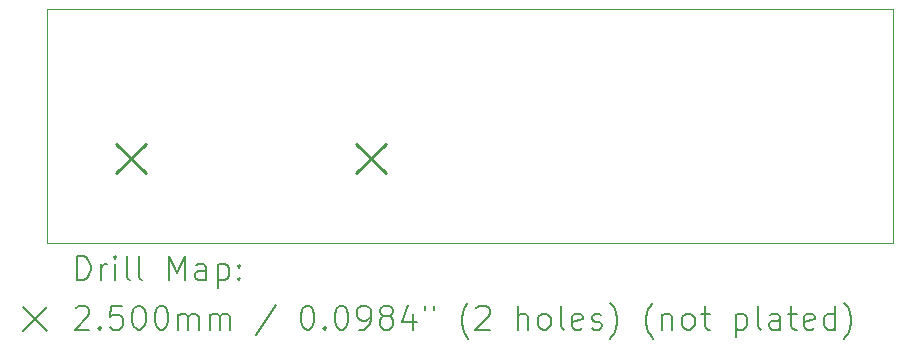
<source format=gbr>
%TF.GenerationSoftware,KiCad,Pcbnew,6.0.8-f2edbf62ab~116~ubuntu20.04.1*%
%TF.CreationDate,2022-11-14T20:51:57-05:00*%
%TF.ProjectId,solar_lights,736f6c61-725f-46c6-9967-6874732e6b69,rev?*%
%TF.SameCoordinates,Original*%
%TF.FileFunction,Drillmap*%
%TF.FilePolarity,Positive*%
%FSLAX45Y45*%
G04 Gerber Fmt 4.5, Leading zero omitted, Abs format (unit mm)*
G04 Created by KiCad (PCBNEW 6.0.8-f2edbf62ab~116~ubuntu20.04.1) date 2022-11-14 20:51:57*
%MOMM*%
%LPD*%
G01*
G04 APERTURE LIST*
%ADD10C,0.100000*%
%ADD11C,0.200000*%
%ADD12C,0.250000*%
G04 APERTURE END LIST*
D10*
X19304000Y-11684000D02*
X12141200Y-11684000D01*
X12141200Y-11684000D02*
X12141200Y-9702800D01*
X12141200Y-9702800D02*
X19304000Y-9702800D01*
X19304000Y-9702800D02*
X19304000Y-11684000D01*
D11*
D12*
X12727400Y-10847800D02*
X12977400Y-11097800D01*
X12977400Y-10847800D02*
X12727400Y-11097800D01*
X14759400Y-10847800D02*
X15009400Y-11097800D01*
X15009400Y-10847800D02*
X14759400Y-11097800D01*
D11*
X12393819Y-11999476D02*
X12393819Y-11799476D01*
X12441438Y-11799476D01*
X12470009Y-11809000D01*
X12489057Y-11828048D01*
X12498581Y-11847095D01*
X12508105Y-11885190D01*
X12508105Y-11913762D01*
X12498581Y-11951857D01*
X12489057Y-11970905D01*
X12470009Y-11989952D01*
X12441438Y-11999476D01*
X12393819Y-11999476D01*
X12593819Y-11999476D02*
X12593819Y-11866143D01*
X12593819Y-11904238D02*
X12603343Y-11885190D01*
X12612867Y-11875667D01*
X12631914Y-11866143D01*
X12650962Y-11866143D01*
X12717628Y-11999476D02*
X12717628Y-11866143D01*
X12717628Y-11799476D02*
X12708105Y-11809000D01*
X12717628Y-11818524D01*
X12727152Y-11809000D01*
X12717628Y-11799476D01*
X12717628Y-11818524D01*
X12841438Y-11999476D02*
X12822390Y-11989952D01*
X12812867Y-11970905D01*
X12812867Y-11799476D01*
X12946200Y-11999476D02*
X12927152Y-11989952D01*
X12917628Y-11970905D01*
X12917628Y-11799476D01*
X13174771Y-11999476D02*
X13174771Y-11799476D01*
X13241438Y-11942333D01*
X13308105Y-11799476D01*
X13308105Y-11999476D01*
X13489057Y-11999476D02*
X13489057Y-11894714D01*
X13479533Y-11875667D01*
X13460486Y-11866143D01*
X13422390Y-11866143D01*
X13403343Y-11875667D01*
X13489057Y-11989952D02*
X13470009Y-11999476D01*
X13422390Y-11999476D01*
X13403343Y-11989952D01*
X13393819Y-11970905D01*
X13393819Y-11951857D01*
X13403343Y-11932809D01*
X13422390Y-11923286D01*
X13470009Y-11923286D01*
X13489057Y-11913762D01*
X13584295Y-11866143D02*
X13584295Y-12066143D01*
X13584295Y-11875667D02*
X13603343Y-11866143D01*
X13641438Y-11866143D01*
X13660486Y-11875667D01*
X13670009Y-11885190D01*
X13679533Y-11904238D01*
X13679533Y-11961381D01*
X13670009Y-11980428D01*
X13660486Y-11989952D01*
X13641438Y-11999476D01*
X13603343Y-11999476D01*
X13584295Y-11989952D01*
X13765248Y-11980428D02*
X13774771Y-11989952D01*
X13765248Y-11999476D01*
X13755724Y-11989952D01*
X13765248Y-11980428D01*
X13765248Y-11999476D01*
X13765248Y-11875667D02*
X13774771Y-11885190D01*
X13765248Y-11894714D01*
X13755724Y-11885190D01*
X13765248Y-11875667D01*
X13765248Y-11894714D01*
X11936200Y-12229000D02*
X12136200Y-12429000D01*
X12136200Y-12229000D02*
X11936200Y-12429000D01*
X12384295Y-12238524D02*
X12393819Y-12229000D01*
X12412867Y-12219476D01*
X12460486Y-12219476D01*
X12479533Y-12229000D01*
X12489057Y-12238524D01*
X12498581Y-12257571D01*
X12498581Y-12276619D01*
X12489057Y-12305190D01*
X12374771Y-12419476D01*
X12498581Y-12419476D01*
X12584295Y-12400428D02*
X12593819Y-12409952D01*
X12584295Y-12419476D01*
X12574771Y-12409952D01*
X12584295Y-12400428D01*
X12584295Y-12419476D01*
X12774771Y-12219476D02*
X12679533Y-12219476D01*
X12670009Y-12314714D01*
X12679533Y-12305190D01*
X12698581Y-12295667D01*
X12746200Y-12295667D01*
X12765248Y-12305190D01*
X12774771Y-12314714D01*
X12784295Y-12333762D01*
X12784295Y-12381381D01*
X12774771Y-12400428D01*
X12765248Y-12409952D01*
X12746200Y-12419476D01*
X12698581Y-12419476D01*
X12679533Y-12409952D01*
X12670009Y-12400428D01*
X12908105Y-12219476D02*
X12927152Y-12219476D01*
X12946200Y-12229000D01*
X12955724Y-12238524D01*
X12965248Y-12257571D01*
X12974771Y-12295667D01*
X12974771Y-12343286D01*
X12965248Y-12381381D01*
X12955724Y-12400428D01*
X12946200Y-12409952D01*
X12927152Y-12419476D01*
X12908105Y-12419476D01*
X12889057Y-12409952D01*
X12879533Y-12400428D01*
X12870009Y-12381381D01*
X12860486Y-12343286D01*
X12860486Y-12295667D01*
X12870009Y-12257571D01*
X12879533Y-12238524D01*
X12889057Y-12229000D01*
X12908105Y-12219476D01*
X13098581Y-12219476D02*
X13117628Y-12219476D01*
X13136676Y-12229000D01*
X13146200Y-12238524D01*
X13155724Y-12257571D01*
X13165248Y-12295667D01*
X13165248Y-12343286D01*
X13155724Y-12381381D01*
X13146200Y-12400428D01*
X13136676Y-12409952D01*
X13117628Y-12419476D01*
X13098581Y-12419476D01*
X13079533Y-12409952D01*
X13070009Y-12400428D01*
X13060486Y-12381381D01*
X13050962Y-12343286D01*
X13050962Y-12295667D01*
X13060486Y-12257571D01*
X13070009Y-12238524D01*
X13079533Y-12229000D01*
X13098581Y-12219476D01*
X13250962Y-12419476D02*
X13250962Y-12286143D01*
X13250962Y-12305190D02*
X13260486Y-12295667D01*
X13279533Y-12286143D01*
X13308105Y-12286143D01*
X13327152Y-12295667D01*
X13336676Y-12314714D01*
X13336676Y-12419476D01*
X13336676Y-12314714D02*
X13346200Y-12295667D01*
X13365248Y-12286143D01*
X13393819Y-12286143D01*
X13412867Y-12295667D01*
X13422390Y-12314714D01*
X13422390Y-12419476D01*
X13517628Y-12419476D02*
X13517628Y-12286143D01*
X13517628Y-12305190D02*
X13527152Y-12295667D01*
X13546200Y-12286143D01*
X13574771Y-12286143D01*
X13593819Y-12295667D01*
X13603343Y-12314714D01*
X13603343Y-12419476D01*
X13603343Y-12314714D02*
X13612867Y-12295667D01*
X13631914Y-12286143D01*
X13660486Y-12286143D01*
X13679533Y-12295667D01*
X13689057Y-12314714D01*
X13689057Y-12419476D01*
X14079533Y-12209952D02*
X13908105Y-12467095D01*
X14336676Y-12219476D02*
X14355724Y-12219476D01*
X14374771Y-12229000D01*
X14384295Y-12238524D01*
X14393819Y-12257571D01*
X14403343Y-12295667D01*
X14403343Y-12343286D01*
X14393819Y-12381381D01*
X14384295Y-12400428D01*
X14374771Y-12409952D01*
X14355724Y-12419476D01*
X14336676Y-12419476D01*
X14317628Y-12409952D01*
X14308105Y-12400428D01*
X14298581Y-12381381D01*
X14289057Y-12343286D01*
X14289057Y-12295667D01*
X14298581Y-12257571D01*
X14308105Y-12238524D01*
X14317628Y-12229000D01*
X14336676Y-12219476D01*
X14489057Y-12400428D02*
X14498581Y-12409952D01*
X14489057Y-12419476D01*
X14479533Y-12409952D01*
X14489057Y-12400428D01*
X14489057Y-12419476D01*
X14622390Y-12219476D02*
X14641438Y-12219476D01*
X14660486Y-12229000D01*
X14670009Y-12238524D01*
X14679533Y-12257571D01*
X14689057Y-12295667D01*
X14689057Y-12343286D01*
X14679533Y-12381381D01*
X14670009Y-12400428D01*
X14660486Y-12409952D01*
X14641438Y-12419476D01*
X14622390Y-12419476D01*
X14603343Y-12409952D01*
X14593819Y-12400428D01*
X14584295Y-12381381D01*
X14574771Y-12343286D01*
X14574771Y-12295667D01*
X14584295Y-12257571D01*
X14593819Y-12238524D01*
X14603343Y-12229000D01*
X14622390Y-12219476D01*
X14784295Y-12419476D02*
X14822390Y-12419476D01*
X14841438Y-12409952D01*
X14850962Y-12400428D01*
X14870009Y-12371857D01*
X14879533Y-12333762D01*
X14879533Y-12257571D01*
X14870009Y-12238524D01*
X14860486Y-12229000D01*
X14841438Y-12219476D01*
X14803343Y-12219476D01*
X14784295Y-12229000D01*
X14774771Y-12238524D01*
X14765248Y-12257571D01*
X14765248Y-12305190D01*
X14774771Y-12324238D01*
X14784295Y-12333762D01*
X14803343Y-12343286D01*
X14841438Y-12343286D01*
X14860486Y-12333762D01*
X14870009Y-12324238D01*
X14879533Y-12305190D01*
X14993819Y-12305190D02*
X14974771Y-12295667D01*
X14965248Y-12286143D01*
X14955724Y-12267095D01*
X14955724Y-12257571D01*
X14965248Y-12238524D01*
X14974771Y-12229000D01*
X14993819Y-12219476D01*
X15031914Y-12219476D01*
X15050962Y-12229000D01*
X15060486Y-12238524D01*
X15070009Y-12257571D01*
X15070009Y-12267095D01*
X15060486Y-12286143D01*
X15050962Y-12295667D01*
X15031914Y-12305190D01*
X14993819Y-12305190D01*
X14974771Y-12314714D01*
X14965248Y-12324238D01*
X14955724Y-12343286D01*
X14955724Y-12381381D01*
X14965248Y-12400428D01*
X14974771Y-12409952D01*
X14993819Y-12419476D01*
X15031914Y-12419476D01*
X15050962Y-12409952D01*
X15060486Y-12400428D01*
X15070009Y-12381381D01*
X15070009Y-12343286D01*
X15060486Y-12324238D01*
X15050962Y-12314714D01*
X15031914Y-12305190D01*
X15241438Y-12286143D02*
X15241438Y-12419476D01*
X15193819Y-12209952D02*
X15146200Y-12352809D01*
X15270009Y-12352809D01*
X15336676Y-12219476D02*
X15336676Y-12257571D01*
X15412867Y-12219476D02*
X15412867Y-12257571D01*
X15708105Y-12495667D02*
X15698581Y-12486143D01*
X15679533Y-12457571D01*
X15670009Y-12438524D01*
X15660486Y-12409952D01*
X15650962Y-12362333D01*
X15650962Y-12324238D01*
X15660486Y-12276619D01*
X15670009Y-12248048D01*
X15679533Y-12229000D01*
X15698581Y-12200428D01*
X15708105Y-12190905D01*
X15774771Y-12238524D02*
X15784295Y-12229000D01*
X15803343Y-12219476D01*
X15850962Y-12219476D01*
X15870009Y-12229000D01*
X15879533Y-12238524D01*
X15889057Y-12257571D01*
X15889057Y-12276619D01*
X15879533Y-12305190D01*
X15765248Y-12419476D01*
X15889057Y-12419476D01*
X16127152Y-12419476D02*
X16127152Y-12219476D01*
X16212867Y-12419476D02*
X16212867Y-12314714D01*
X16203343Y-12295667D01*
X16184295Y-12286143D01*
X16155724Y-12286143D01*
X16136676Y-12295667D01*
X16127152Y-12305190D01*
X16336676Y-12419476D02*
X16317628Y-12409952D01*
X16308105Y-12400428D01*
X16298581Y-12381381D01*
X16298581Y-12324238D01*
X16308105Y-12305190D01*
X16317628Y-12295667D01*
X16336676Y-12286143D01*
X16365248Y-12286143D01*
X16384295Y-12295667D01*
X16393819Y-12305190D01*
X16403343Y-12324238D01*
X16403343Y-12381381D01*
X16393819Y-12400428D01*
X16384295Y-12409952D01*
X16365248Y-12419476D01*
X16336676Y-12419476D01*
X16517628Y-12419476D02*
X16498581Y-12409952D01*
X16489057Y-12390905D01*
X16489057Y-12219476D01*
X16670009Y-12409952D02*
X16650962Y-12419476D01*
X16612867Y-12419476D01*
X16593819Y-12409952D01*
X16584295Y-12390905D01*
X16584295Y-12314714D01*
X16593819Y-12295667D01*
X16612867Y-12286143D01*
X16650962Y-12286143D01*
X16670009Y-12295667D01*
X16679533Y-12314714D01*
X16679533Y-12333762D01*
X16584295Y-12352809D01*
X16755724Y-12409952D02*
X16774771Y-12419476D01*
X16812867Y-12419476D01*
X16831914Y-12409952D01*
X16841438Y-12390905D01*
X16841438Y-12381381D01*
X16831914Y-12362333D01*
X16812867Y-12352809D01*
X16784295Y-12352809D01*
X16765248Y-12343286D01*
X16755724Y-12324238D01*
X16755724Y-12314714D01*
X16765248Y-12295667D01*
X16784295Y-12286143D01*
X16812867Y-12286143D01*
X16831914Y-12295667D01*
X16908105Y-12495667D02*
X16917629Y-12486143D01*
X16936676Y-12457571D01*
X16946200Y-12438524D01*
X16955724Y-12409952D01*
X16965248Y-12362333D01*
X16965248Y-12324238D01*
X16955724Y-12276619D01*
X16946200Y-12248048D01*
X16936676Y-12229000D01*
X16917629Y-12200428D01*
X16908105Y-12190905D01*
X17270010Y-12495667D02*
X17260486Y-12486143D01*
X17241438Y-12457571D01*
X17231914Y-12438524D01*
X17222390Y-12409952D01*
X17212867Y-12362333D01*
X17212867Y-12324238D01*
X17222390Y-12276619D01*
X17231914Y-12248048D01*
X17241438Y-12229000D01*
X17260486Y-12200428D01*
X17270010Y-12190905D01*
X17346200Y-12286143D02*
X17346200Y-12419476D01*
X17346200Y-12305190D02*
X17355724Y-12295667D01*
X17374771Y-12286143D01*
X17403343Y-12286143D01*
X17422390Y-12295667D01*
X17431914Y-12314714D01*
X17431914Y-12419476D01*
X17555724Y-12419476D02*
X17536676Y-12409952D01*
X17527152Y-12400428D01*
X17517629Y-12381381D01*
X17517629Y-12324238D01*
X17527152Y-12305190D01*
X17536676Y-12295667D01*
X17555724Y-12286143D01*
X17584295Y-12286143D01*
X17603343Y-12295667D01*
X17612867Y-12305190D01*
X17622390Y-12324238D01*
X17622390Y-12381381D01*
X17612867Y-12400428D01*
X17603343Y-12409952D01*
X17584295Y-12419476D01*
X17555724Y-12419476D01*
X17679533Y-12286143D02*
X17755724Y-12286143D01*
X17708105Y-12219476D02*
X17708105Y-12390905D01*
X17717629Y-12409952D01*
X17736676Y-12419476D01*
X17755724Y-12419476D01*
X17974771Y-12286143D02*
X17974771Y-12486143D01*
X17974771Y-12295667D02*
X17993819Y-12286143D01*
X18031914Y-12286143D01*
X18050962Y-12295667D01*
X18060486Y-12305190D01*
X18070010Y-12324238D01*
X18070010Y-12381381D01*
X18060486Y-12400428D01*
X18050962Y-12409952D01*
X18031914Y-12419476D01*
X17993819Y-12419476D01*
X17974771Y-12409952D01*
X18184295Y-12419476D02*
X18165248Y-12409952D01*
X18155724Y-12390905D01*
X18155724Y-12219476D01*
X18346200Y-12419476D02*
X18346200Y-12314714D01*
X18336676Y-12295667D01*
X18317629Y-12286143D01*
X18279533Y-12286143D01*
X18260486Y-12295667D01*
X18346200Y-12409952D02*
X18327152Y-12419476D01*
X18279533Y-12419476D01*
X18260486Y-12409952D01*
X18250962Y-12390905D01*
X18250962Y-12371857D01*
X18260486Y-12352809D01*
X18279533Y-12343286D01*
X18327152Y-12343286D01*
X18346200Y-12333762D01*
X18412867Y-12286143D02*
X18489057Y-12286143D01*
X18441438Y-12219476D02*
X18441438Y-12390905D01*
X18450962Y-12409952D01*
X18470010Y-12419476D01*
X18489057Y-12419476D01*
X18631914Y-12409952D02*
X18612867Y-12419476D01*
X18574771Y-12419476D01*
X18555724Y-12409952D01*
X18546200Y-12390905D01*
X18546200Y-12314714D01*
X18555724Y-12295667D01*
X18574771Y-12286143D01*
X18612867Y-12286143D01*
X18631914Y-12295667D01*
X18641438Y-12314714D01*
X18641438Y-12333762D01*
X18546200Y-12352809D01*
X18812867Y-12419476D02*
X18812867Y-12219476D01*
X18812867Y-12409952D02*
X18793819Y-12419476D01*
X18755724Y-12419476D01*
X18736676Y-12409952D01*
X18727152Y-12400428D01*
X18717629Y-12381381D01*
X18717629Y-12324238D01*
X18727152Y-12305190D01*
X18736676Y-12295667D01*
X18755724Y-12286143D01*
X18793819Y-12286143D01*
X18812867Y-12295667D01*
X18889057Y-12495667D02*
X18898581Y-12486143D01*
X18917629Y-12457571D01*
X18927152Y-12438524D01*
X18936676Y-12409952D01*
X18946200Y-12362333D01*
X18946200Y-12324238D01*
X18936676Y-12276619D01*
X18927152Y-12248048D01*
X18917629Y-12229000D01*
X18898581Y-12200428D01*
X18889057Y-12190905D01*
M02*

</source>
